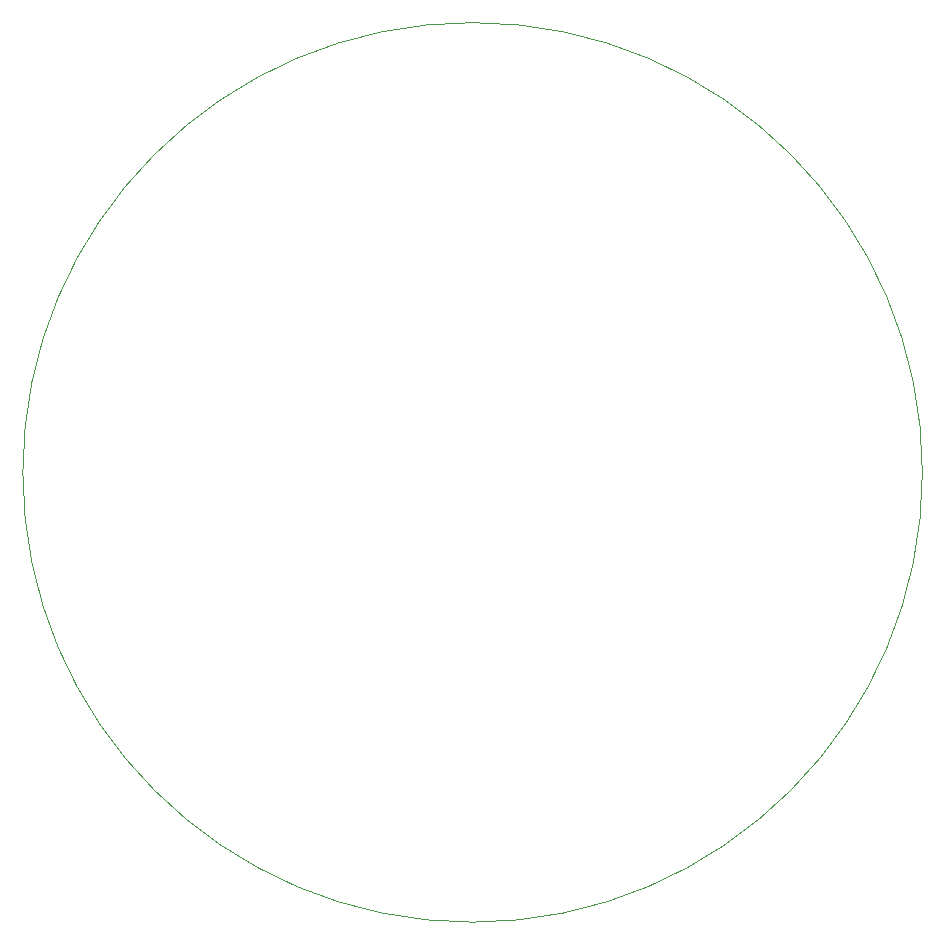
<source format=gbr>
%TF.GenerationSoftware,KiCad,Pcbnew,9.0.0*%
%TF.CreationDate,2025-03-31T12:00:39+05:30*%
%TF.ProjectId,ass kicad,61737320-6b69-4636-9164-2e6b69636164,rev?*%
%TF.SameCoordinates,Original*%
%TF.FileFunction,Profile,NP*%
%FSLAX46Y46*%
G04 Gerber Fmt 4.6, Leading zero omitted, Abs format (unit mm)*
G04 Created by KiCad (PCBNEW 9.0.0) date 2025-03-31 12:00:39*
%MOMM*%
%LPD*%
G01*
G04 APERTURE LIST*
%TA.AperFunction,Profile*%
%ADD10C,0.050000*%
%TD*%
G04 APERTURE END LIST*
D10*
X180332148Y-91532500D02*
G75*
G02*
X104167852Y-91532500I-38082148J0D01*
G01*
X104167852Y-91532500D02*
G75*
G02*
X180332148Y-91532500I38082148J0D01*
G01*
M02*

</source>
